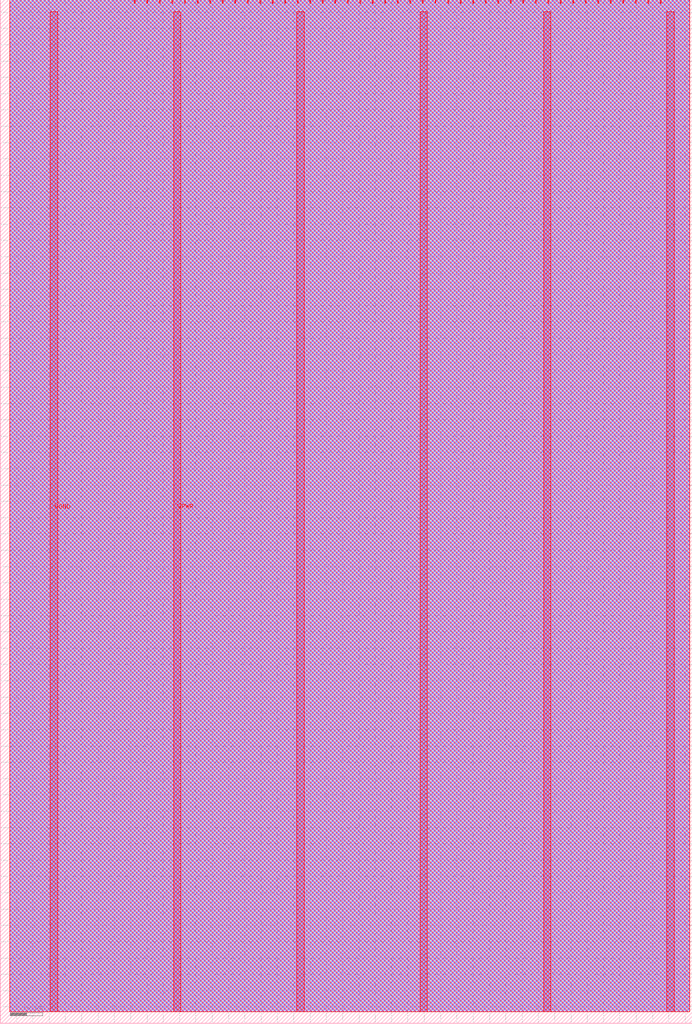
<source format=lef>
VERSION 5.8 ;
BUSBITCHARS "[]" ;
DIVIDERCHAR "/" ;
UNITS
    DATABASE MICRONS 1000 ;
END UNITS

VIA tt_um_htfab_rotfpga2_ff_via1_2_2200_440_1_5_410_410
  VIARULE via1Array ;
  CUTSIZE 0.19 0.19 ;
  LAYERS Metal1 Via1 Metal2 ;
  CUTSPACING 0.22 0.22 ;
  ENCLOSURE 0.01 0.125 0.05 0.005 ;
  ROWCOL 1 5 ;
END tt_um_htfab_rotfpga2_ff_via1_2_2200_440_1_5_410_410

VIA tt_um_htfab_rotfpga2_ff_via2_3_2200_440_1_5_410_410
  VIARULE via2Array ;
  CUTSIZE 0.19 0.19 ;
  LAYERS Metal2 Via2 Metal3 ;
  CUTSPACING 0.22 0.22 ;
  ENCLOSURE 0.05 0.005 0.005 0.05 ;
  ROWCOL 1 5 ;
END tt_um_htfab_rotfpga2_ff_via2_3_2200_440_1_5_410_410

VIA tt_um_htfab_rotfpga2_ff_via3_4_2200_440_1_5_410_410
  VIARULE via3Array ;
  CUTSIZE 0.19 0.19 ;
  LAYERS Metal3 Via3 Metal4 ;
  CUTSPACING 0.22 0.22 ;
  ENCLOSURE 0.005 0.05 0.05 0.005 ;
  ROWCOL 1 5 ;
END tt_um_htfab_rotfpga2_ff_via3_4_2200_440_1_5_410_410

VIA tt_um_htfab_rotfpga2_ff_via4_5_2200_440_1_5_410_410
  VIARULE via4Array ;
  CUTSIZE 0.19 0.19 ;
  LAYERS Metal4 Via4 Metal5 ;
  CUTSPACING 0.22 0.22 ;
  ENCLOSURE 0.05 0.005 0.185 0.05 ;
  ROWCOL 1 5 ;
END tt_um_htfab_rotfpga2_ff_via4_5_2200_440_1_5_410_410

MACRO tt_um_htfab_rotfpga2_ff
  FOREIGN tt_um_htfab_rotfpga2_ff 0 0 ;
  CLASS BLOCK ;
  SIZE 212.16 BY 313.74 ;
  PIN clk
    DIRECTION INPUT ;
    USE SIGNAL ;
    PORT
      LAYER Metal5 ;
        RECT  198.57 312.74 198.87 313.74 ;
    END
  END clk
  PIN ena
    DIRECTION INPUT ;
    USE SIGNAL ;
    PORT
      LAYER Metal5 ;
        RECT  202.41 312.74 202.71 313.74 ;
    END
  END ena
  PIN rst_n
    DIRECTION INPUT ;
    USE SIGNAL ;
    PORT
      LAYER Metal5 ;
        RECT  194.73 312.74 195.03 313.74 ;
    END
  END rst_n
  PIN ui_in[0]
    DIRECTION INPUT ;
    USE SIGNAL ;
    PORT
      LAYER Metal5 ;
        RECT  190.89 312.74 191.19 313.74 ;
    END
  END ui_in[0]
  PIN ui_in[1]
    DIRECTION INPUT ;
    USE SIGNAL ;
    PORT
      LAYER Metal5 ;
        RECT  187.05 312.74 187.35 313.74 ;
    END
  END ui_in[1]
  PIN ui_in[2]
    DIRECTION INPUT ;
    USE SIGNAL ;
    PORT
      LAYER Metal5 ;
        RECT  183.21 312.74 183.51 313.74 ;
    END
  END ui_in[2]
  PIN ui_in[3]
    DIRECTION INPUT ;
    USE SIGNAL ;
    PORT
      LAYER Metal5 ;
        RECT  179.37 312.74 179.67 313.74 ;
    END
  END ui_in[3]
  PIN ui_in[4]
    DIRECTION INPUT ;
    USE SIGNAL ;
    PORT
      LAYER Metal5 ;
        RECT  175.53 312.74 175.83 313.74 ;
    END
  END ui_in[4]
  PIN ui_in[5]
    DIRECTION INPUT ;
    USE SIGNAL ;
    PORT
      LAYER Metal5 ;
        RECT  171.69 312.74 171.99 313.74 ;
    END
  END ui_in[5]
  PIN ui_in[6]
    DIRECTION INPUT ;
    USE SIGNAL ;
    PORT
      LAYER Metal5 ;
        RECT  167.85 312.74 168.15 313.74 ;
    END
  END ui_in[6]
  PIN ui_in[7]
    DIRECTION INPUT ;
    USE SIGNAL ;
    PORT
      LAYER Metal5 ;
        RECT  164.01 312.74 164.31 313.74 ;
    END
  END ui_in[7]
  PIN uio_in[0]
    DIRECTION INPUT ;
    USE SIGNAL ;
    PORT
      LAYER Metal5 ;
        RECT  160.17 312.74 160.47 313.74 ;
    END
  END uio_in[0]
  PIN uio_in[1]
    DIRECTION INPUT ;
    USE SIGNAL ;
    PORT
      LAYER Metal5 ;
        RECT  156.33 312.74 156.63 313.74 ;
    END
  END uio_in[1]
  PIN uio_in[2]
    DIRECTION INPUT ;
    USE SIGNAL ;
    PORT
      LAYER Metal5 ;
        RECT  152.49 312.74 152.79 313.74 ;
    END
  END uio_in[2]
  PIN uio_in[3]
    DIRECTION INPUT ;
    USE SIGNAL ;
    PORT
      LAYER Metal5 ;
        RECT  148.65 312.74 148.95 313.74 ;
    END
  END uio_in[3]
  PIN uio_in[4]
    DIRECTION INPUT ;
    USE SIGNAL ;
    PORT
      LAYER Metal5 ;
        RECT  144.81 312.74 145.11 313.74 ;
    END
  END uio_in[4]
  PIN uio_in[5]
    DIRECTION INPUT ;
    USE SIGNAL ;
    PORT
      LAYER Metal5 ;
        RECT  140.97 312.74 141.27 313.74 ;
    END
  END uio_in[5]
  PIN uio_in[6]
    DIRECTION INPUT ;
    USE SIGNAL ;
    PORT
      LAYER Metal5 ;
        RECT  137.13 312.74 137.43 313.74 ;
    END
  END uio_in[6]
  PIN uio_in[7]
    DIRECTION INPUT ;
    USE SIGNAL ;
    PORT
      LAYER Metal5 ;
        RECT  133.29 312.74 133.59 313.74 ;
    END
  END uio_in[7]
  PIN uio_oe[0]
    DIRECTION OUTPUT ;
    USE SIGNAL ;
    PORT
      LAYER Metal5 ;
        RECT  68.01 312.74 68.31 313.74 ;
    END
  END uio_oe[0]
  PIN uio_oe[1]
    DIRECTION OUTPUT ;
    USE SIGNAL ;
    PORT
      LAYER Metal5 ;
        RECT  64.17 312.74 64.47 313.74 ;
    END
  END uio_oe[1]
  PIN uio_oe[2]
    DIRECTION OUTPUT ;
    USE SIGNAL ;
    PORT
      LAYER Metal5 ;
        RECT  60.33 312.74 60.63 313.74 ;
    END
  END uio_oe[2]
  PIN uio_oe[3]
    DIRECTION OUTPUT ;
    USE SIGNAL ;
    PORT
      LAYER Metal5 ;
        RECT  56.49 312.74 56.79 313.74 ;
    END
  END uio_oe[3]
  PIN uio_oe[4]
    DIRECTION OUTPUT ;
    USE SIGNAL ;
    PORT
      LAYER Metal5 ;
        RECT  52.65 312.74 52.95 313.74 ;
    END
  END uio_oe[4]
  PIN uio_oe[5]
    DIRECTION OUTPUT ;
    USE SIGNAL ;
    PORT
      LAYER Metal5 ;
        RECT  48.81 312.74 49.11 313.74 ;
    END
  END uio_oe[5]
  PIN uio_oe[6]
    DIRECTION OUTPUT ;
    USE SIGNAL ;
    PORT
      LAYER Metal5 ;
        RECT  44.97 312.74 45.27 313.74 ;
    END
  END uio_oe[6]
  PIN uio_oe[7]
    DIRECTION OUTPUT ;
    USE SIGNAL ;
    PORT
      LAYER Metal5 ;
        RECT  41.13 312.74 41.43 313.74 ;
    END
  END uio_oe[7]
  PIN uio_out[0]
    DIRECTION OUTPUT ;
    USE SIGNAL ;
    PORT
      LAYER Metal5 ;
        RECT  98.73 312.74 99.03 313.74 ;
    END
  END uio_out[0]
  PIN uio_out[1]
    DIRECTION OUTPUT ;
    USE SIGNAL ;
    PORT
      LAYER Metal5 ;
        RECT  94.89 312.74 95.19 313.74 ;
    END
  END uio_out[1]
  PIN uio_out[2]
    DIRECTION OUTPUT ;
    USE SIGNAL ;
    PORT
      LAYER Metal5 ;
        RECT  91.05 312.74 91.35 313.74 ;
    END
  END uio_out[2]
  PIN uio_out[3]
    DIRECTION OUTPUT ;
    USE SIGNAL ;
    PORT
      LAYER Metal5 ;
        RECT  87.21 312.74 87.51 313.74 ;
    END
  END uio_out[3]
  PIN uio_out[4]
    DIRECTION OUTPUT ;
    USE SIGNAL ;
    PORT
      LAYER Metal5 ;
        RECT  83.37 312.74 83.67 313.74 ;
    END
  END uio_out[4]
  PIN uio_out[5]
    DIRECTION OUTPUT ;
    USE SIGNAL ;
    PORT
      LAYER Metal5 ;
        RECT  79.53 312.74 79.83 313.74 ;
    END
  END uio_out[5]
  PIN uio_out[6]
    DIRECTION OUTPUT ;
    USE SIGNAL ;
    PORT
      LAYER Metal5 ;
        RECT  75.69 312.74 75.99 313.74 ;
    END
  END uio_out[6]
  PIN uio_out[7]
    DIRECTION OUTPUT ;
    USE SIGNAL ;
    PORT
      LAYER Metal5 ;
        RECT  71.85 312.74 72.15 313.74 ;
    END
  END uio_out[7]
  PIN uo_out[0]
    DIRECTION OUTPUT ;
    USE SIGNAL ;
    PORT
      LAYER Metal5 ;
        RECT  129.45 312.74 129.75 313.74 ;
    END
  END uo_out[0]
  PIN uo_out[1]
    DIRECTION OUTPUT ;
    USE SIGNAL ;
    PORT
      LAYER Metal5 ;
        RECT  125.61 312.74 125.91 313.74 ;
    END
  END uo_out[1]
  PIN uo_out[2]
    DIRECTION OUTPUT ;
    USE SIGNAL ;
    PORT
      LAYER Metal5 ;
        RECT  121.77 312.74 122.07 313.74 ;
    END
  END uo_out[2]
  PIN uo_out[3]
    DIRECTION OUTPUT ;
    USE SIGNAL ;
    PORT
      LAYER Metal5 ;
        RECT  117.93 312.74 118.23 313.74 ;
    END
  END uo_out[3]
  PIN uo_out[4]
    DIRECTION OUTPUT ;
    USE SIGNAL ;
    PORT
      LAYER Metal5 ;
        RECT  114.09 312.74 114.39 313.74 ;
    END
  END uo_out[4]
  PIN uo_out[5]
    DIRECTION OUTPUT ;
    USE SIGNAL ;
    PORT
      LAYER Metal5 ;
        RECT  110.25 312.74 110.55 313.74 ;
    END
  END uo_out[5]
  PIN uo_out[6]
    DIRECTION OUTPUT ;
    USE SIGNAL ;
    PORT
      LAYER Metal5 ;
        RECT  106.41 312.74 106.71 313.74 ;
    END
  END uo_out[6]
  PIN uo_out[7]
    DIRECTION OUTPUT ;
    USE SIGNAL ;
    PORT
      LAYER Metal5 ;
        RECT  102.57 312.74 102.87 313.74 ;
    END
  END uo_out[7]
  PIN VGND
    DIRECTION INOUT ;
    USE GROUND ;
    PORT
      LAYER Metal5 ;
        RECT  166.58 3.56 168.78 310.18 ;
        RECT  90.98 3.56 93.18 310.18 ;
        RECT  15.38 3.56 17.58 310.18 ;
    END
  END VGND
  PIN VPWR
    DIRECTION INOUT ;
    USE POWER ;
    PORT
      LAYER Metal5 ;
        RECT  204.38 3.56 206.58 310.18 ;
        RECT  128.78 3.56 130.98 310.18 ;
        RECT  53.18 3.56 55.38 310.18 ;
    END
  END VPWR
  OBS
    LAYER Metal1 ;
     RECT  2.88 3.56 211.345 313.74 ;
    LAYER Metal2 ;
     RECT  2.88 3.56 211.345 313.74 ;
    LAYER Metal3 ;
     RECT  2.88 3.56 211.345 313.74 ;
    LAYER Metal4 ;
     RECT  2.88 3.56 211.345 313.74 ;
    LAYER Metal5 ;
     RECT  2.88 3.56 211.345 313.74 ;
  END
END tt_um_htfab_rotfpga2_ff
END LIBRARY

</source>
